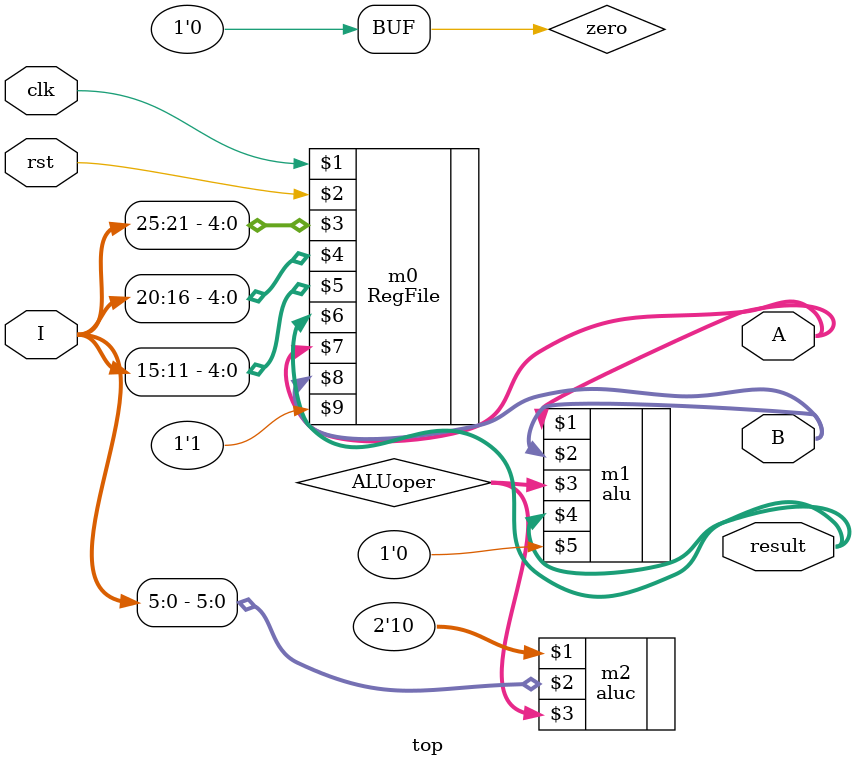
<source format=v>
`timescale 1ns / 1ps
module top(input wire clk,
           input wire rst,
           input wire[31:0] I,
           output wire[31:0]A, B,
           output wire[31:0]result
    );

wire[2:0] ALUoper;
wire zero;

assign zero=0;

RegFile m0(clk,rst,I[25:21],I[20:16],I[15:11],result,A,B,1'b1);
alu m1(A,B,ALUoper,result,zero);
aluc m2(2'b10,I[5:0],ALUoper);

endmodule

</source>
